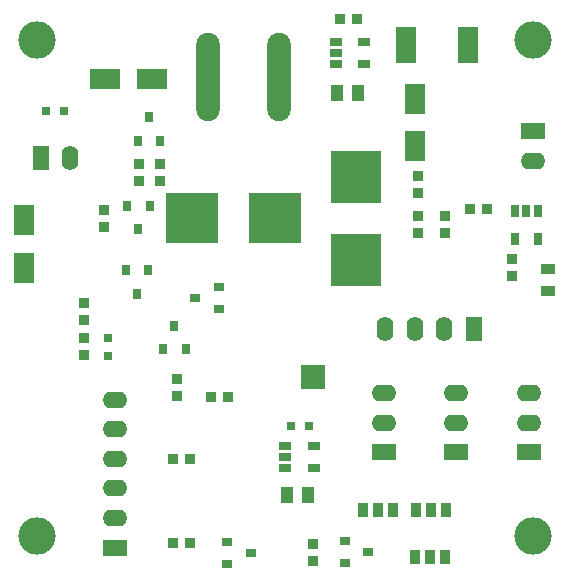
<source format=gts>
G04 (created by PCBNEW (2013-jul-07)-stable) date Mon 11 May 2015 11:07:11 AM PDT*
%MOIN*%
G04 Gerber Fmt 3.4, Leading zero omitted, Abs format*
%FSLAX34Y34*%
G01*
G70*
G90*
G04 APERTURE LIST*
%ADD10C,0.006*%
%ADD11R,0.0669291X0.0984252*%
%ADD12R,0.0984252X0.0669291*%
%ADD13R,0.0433071X0.0551181*%
%ADD14R,0.0393701X0.0275591*%
%ADD15R,0.0275591X0.0393701*%
%ADD16R,0.0374016X0.0374016*%
%ADD17O,0.0787402X0.295276*%
%ADD18R,0.0700787X0.124016*%
%ADD19R,0.0314961X0.0314961*%
%ADD20R,0.0551181X0.0826772*%
%ADD21O,0.0551181X0.0826772*%
%ADD22R,0.0314961X0.0354331*%
%ADD23R,0.0354331X0.0314961*%
%ADD24R,0.038X0.05*%
%ADD25R,0.0826772X0.0551181*%
%ADD26O,0.0826772X0.0551181*%
%ADD27R,0.08X0.08*%
%ADD28R,0.165354X0.177165*%
%ADD29R,0.177165X0.165354*%
%ADD30R,0.0511811X0.0354331*%
%ADD31C,0.125*%
G04 APERTURE END LIST*
G54D10*
G54D11*
X73963Y-54449D03*
X73963Y-52874D03*
X87011Y-50395D03*
X87011Y-48820D03*
G54D12*
X76670Y-48163D03*
X78245Y-48163D03*
G54D13*
X84415Y-48623D03*
X85104Y-48623D03*
G54D14*
X84367Y-46925D03*
X84367Y-47674D03*
X85312Y-46925D03*
X84367Y-47300D03*
X85312Y-47674D03*
X82687Y-60385D03*
X82687Y-61134D03*
X83632Y-60385D03*
X82687Y-60760D03*
X83632Y-61134D03*
G54D13*
X82755Y-62023D03*
X83444Y-62023D03*
G54D15*
X91094Y-52567D03*
X90345Y-52567D03*
X91094Y-53512D03*
X90720Y-52567D03*
X90345Y-53512D03*
G54D16*
X90256Y-54174D03*
X90256Y-54745D03*
X89405Y-52496D03*
X88834Y-52496D03*
G54D17*
X80098Y-48083D03*
X82461Y-48083D03*
G54D18*
X86718Y-47043D03*
X88777Y-47043D03*
G54D16*
X85065Y-46176D03*
X84494Y-46176D03*
G54D19*
X74704Y-49223D03*
X75295Y-49223D03*
G54D20*
X74527Y-50780D03*
G54D21*
X75512Y-50780D03*
G54D22*
X78148Y-49430D03*
X78522Y-50217D03*
X77774Y-50217D03*
X77791Y-53169D03*
X77417Y-52382D03*
X78165Y-52382D03*
X77751Y-55329D03*
X77377Y-54542D03*
X78125Y-54542D03*
G54D23*
X79690Y-55471D03*
X80477Y-55097D03*
X80477Y-55845D03*
G54D22*
X78988Y-56390D03*
X79362Y-57177D03*
X78614Y-57177D03*
G54D23*
X85449Y-63928D03*
X84662Y-64302D03*
X84662Y-63554D03*
G54D24*
X85260Y-62520D03*
X85760Y-62520D03*
X86260Y-62520D03*
X87040Y-62520D03*
X87540Y-62520D03*
X88040Y-62520D03*
X87020Y-64080D03*
X87520Y-64080D03*
X88020Y-64080D03*
G54D23*
X81529Y-63968D03*
X80742Y-64342D03*
X80742Y-63594D03*
G54D25*
X85960Y-60604D03*
G54D26*
X85960Y-58635D03*
X85960Y-59620D03*
G54D25*
X88380Y-60604D03*
G54D26*
X88380Y-58635D03*
X88380Y-59620D03*
G54D25*
X90800Y-60604D03*
G54D26*
X90800Y-58635D03*
X90800Y-59620D03*
G54D21*
X87992Y-56500D03*
X87007Y-56500D03*
G54D20*
X88976Y-56500D03*
G54D21*
X86023Y-56500D03*
G54D26*
X77000Y-62796D03*
X77000Y-61812D03*
G54D25*
X77000Y-63780D03*
G54D26*
X77000Y-60827D03*
X77000Y-59843D03*
X77000Y-58859D03*
G54D25*
X90944Y-49901D03*
G54D26*
X90944Y-50885D03*
G54D27*
X83600Y-58080D03*
G54D28*
X85043Y-51433D03*
X85043Y-54189D03*
G54D29*
X79573Y-52796D03*
X82329Y-52796D03*
G54D16*
X78516Y-50994D03*
X78516Y-51565D03*
X77796Y-50994D03*
X77796Y-51565D03*
X76636Y-52514D03*
X76636Y-53085D03*
X87096Y-51394D03*
X87096Y-51965D03*
X87096Y-52714D03*
X87096Y-53285D03*
X88016Y-52714D03*
X88016Y-53285D03*
X75980Y-55620D03*
X75980Y-56190D03*
X75980Y-56801D03*
X75980Y-57372D03*
G54D19*
X76767Y-56791D03*
X76767Y-57381D03*
G54D16*
X79063Y-58745D03*
X79063Y-58174D03*
X80214Y-58763D03*
X80785Y-58763D03*
X78954Y-60843D03*
X79525Y-60843D03*
G54D19*
X83475Y-59716D03*
X82884Y-59716D03*
G54D16*
X83623Y-64225D03*
X83623Y-63654D03*
X78954Y-63643D03*
X79525Y-63643D03*
G54D30*
X91456Y-54485D03*
X91456Y-55235D03*
G54D31*
X74409Y-46850D03*
X90944Y-46850D03*
X90944Y-63385D03*
X74409Y-63385D03*
M02*

</source>
